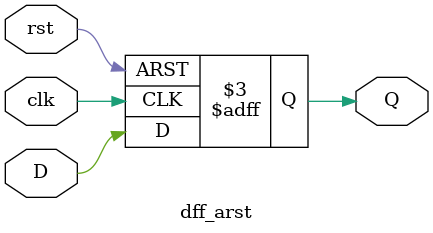
<source format=v>
module dff_arst (
		input D, rst, clk,
		output reg Q
		);
always@(posedge clk, negedge rst) begin
	if(!rst) Q <= 1'b0;
	else Q <= D;
end
endmodule

</source>
